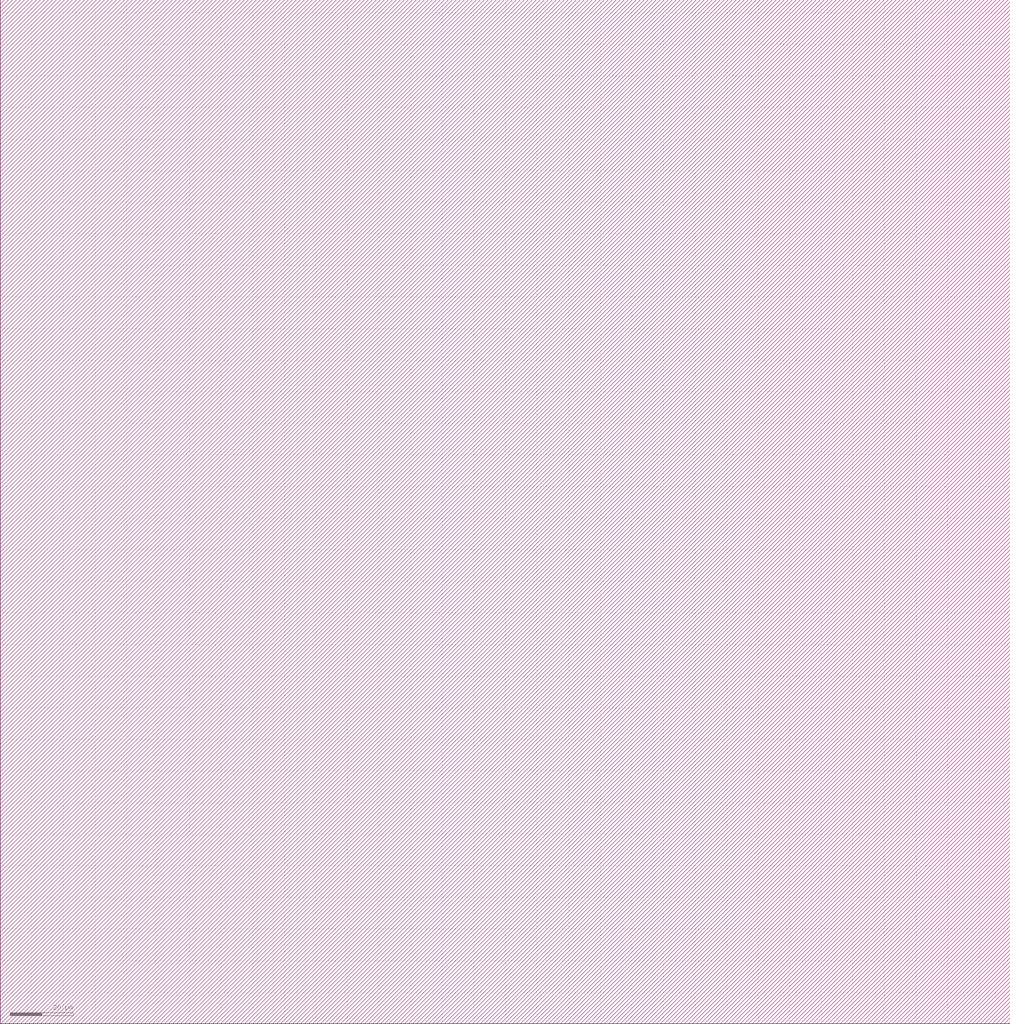
<source format=lef>
VERSION 5.6 ;

BUSBITCHARS "[]" ;

DIVIDERCHAR "/" ;

UNITS
    DATABASE MICRONS 1000 ;
END UNITS

MANUFACTURINGGRID 0.005000 ; 

CLEARANCEMEASURE EUCLIDEAN ; 

USEMINSPACING OBS ON ; 

SITE CoreSite
    CLASS CORE ;
    SIZE 0.600000 BY 0.300000 ;
END CoreSite

LAYER li1
   TYPE ROUTING ;
   DIRECTION VERTICAL ;
   MINWIDTH 0.300000 ;
   AREA 0.056250 ;
   WIDTH 0.300000 ;
   SPACINGTABLE
      PARALLELRUNLENGTH 0.0
      WIDTH 0.0 0.225000 ;
   PITCH 0.600000 0.600000 ;
END li1

LAYER mcon
    TYPE CUT ;
    SPACING 0.225000 ;
    WIDTH 0.300000 ;
    ENCLOSURE ABOVE 0.075000 0.075000 ;
    ENCLOSURE BELOW 0.000000 0.000000 ;
END mcon

LAYER met1
   TYPE ROUTING ;
   DIRECTION HORIZONTAL ;
   MINWIDTH 0.150000 ;
   AREA 0.084375 ;
   WIDTH 0.150000 ;
   SPACINGTABLE
      PARALLELRUNLENGTH 0.0
      WIDTH 0.0 0.150000 ;
   PITCH 0.300000 0.300000 ;
END met1

LAYER v1
    TYPE CUT ;
    SPACING 0.075000 ;
    WIDTH 0.300000 ;
    ENCLOSURE ABOVE 0.075000 0.075000 ;
    ENCLOSURE BELOW 0.075000 0.075000 ;
END v1

LAYER met2
   TYPE ROUTING ;
   DIRECTION VERTICAL ;
   MINWIDTH 0.150000 ;
   AREA 0.073125 ;
   WIDTH 0.150000 ;
   SPACINGTABLE
      PARALLELRUNLENGTH 0.0
      WIDTH 0.0 0.150000 ;
   PITCH 0.300000 0.300000 ;
END met2

LAYER v2
    TYPE CUT ;
    SPACING 0.150000 ;
    WIDTH 0.300000 ;
    ENCLOSURE ABOVE 0.075000 0.075000 ;
    ENCLOSURE BELOW 0.075000 0.000000 ;
END v2

LAYER met3
   TYPE ROUTING ;
   DIRECTION HORIZONTAL ;
   MINWIDTH 0.300000 ;
   AREA 0.241875 ;
   WIDTH 0.300000 ;
   SPACINGTABLE
      PARALLELRUNLENGTH 0.0
      WIDTH 0.0 0.300000 ;
   PITCH 0.600000 0.600000 ;
END met3

LAYER v3
    TYPE CUT ;
    SPACING 0.150000 ;
    WIDTH 0.450000 ;
    ENCLOSURE ABOVE 0.075000 0.075000 ;
    ENCLOSURE BELOW 0.075000 0.000000 ;
END v3

LAYER met4
   TYPE ROUTING ;
   DIRECTION VERTICAL ;
   MINWIDTH 0.300000 ;
   AREA 0.241875 ;
   WIDTH 0.300000 ;
   SPACINGTABLE
      PARALLELRUNLENGTH 0.0
      WIDTH 0.0 0.300000 ;
   PITCH 0.600000 0.600000 ;
END met4

LAYER v4
    TYPE CUT ;
    SPACING 0.450000 ;
    WIDTH 1.200000 ;
    ENCLOSURE ABOVE 0.150000 0.150000 ;
    ENCLOSURE BELOW 0.000000 0.000000 ;
END v4

LAYER met5
   TYPE ROUTING ;
   DIRECTION HORIZONTAL ;
   MINWIDTH 1.650000 ;
   AREA 4.005000 ;
   WIDTH 1.650000 ;
   SPACINGTABLE
      PARALLELRUNLENGTH 0.0
      WIDTH 0.0 1.650000 ;
   PITCH 3.300000 3.300000 ;
END met5

LAYER OVERLAP
   TYPE OVERLAP ;
END OVERLAP

VIA mcon_C DEFAULT
   LAYER li1 ;
     RECT -0.150000 -0.150000 0.150000 0.150000 ;
   LAYER mcon ;
     RECT -0.150000 -0.150000 0.150000 0.150000 ;
   LAYER met1 ;
     RECT -0.225000 -0.225000 0.225000 0.225000 ;
END mcon_C

VIA v1_C DEFAULT
   LAYER met1 ;
     RECT -0.225000 -0.225000 0.225000 0.225000 ;
   LAYER v1 ;
     RECT -0.150000 -0.150000 0.150000 0.150000 ;
   LAYER met2 ;
     RECT -0.225000 -0.225000 0.225000 0.225000 ;
END v1_C

VIA v2_C DEFAULT
   LAYER met2 ;
     RECT -0.150000 -0.225000 0.150000 0.225000 ;
   LAYER v2 ;
     RECT -0.150000 -0.150000 0.150000 0.150000 ;
   LAYER met3 ;
     RECT -0.225000 -0.225000 0.225000 0.225000 ;
END v2_C

VIA v2_Ch
   LAYER met2 ;
     RECT -0.225000 -0.150000 0.225000 0.150000 ;
   LAYER v2 ;
     RECT -0.150000 -0.150000 0.150000 0.150000 ;
   LAYER met3 ;
     RECT -0.225000 -0.225000 0.225000 0.225000 ;
END v2_Ch

VIA v2_Cv
   LAYER met2 ;
     RECT -0.150000 -0.225000 0.150000 0.225000 ;
   LAYER v2 ;
     RECT -0.150000 -0.150000 0.150000 0.150000 ;
   LAYER met3 ;
     RECT -0.225000 -0.225000 0.225000 0.225000 ;
END v2_Cv

VIA v3_C DEFAULT
   LAYER met3 ;
     RECT -0.300000 -0.225000 0.300000 0.225000 ;
   LAYER v3 ;
     RECT -0.225000 -0.225000 0.225000 0.225000 ;
   LAYER met4 ;
     RECT -0.300000 -0.300000 0.300000 0.300000 ;
END v3_C

VIA v3_Ch
   LAYER met3 ;
     RECT -0.300000 -0.225000 0.300000 0.225000 ;
   LAYER v3 ;
     RECT -0.225000 -0.225000 0.225000 0.225000 ;
   LAYER met4 ;
     RECT -0.300000 -0.300000 0.300000 0.300000 ;
END v3_Ch

VIA v3_Cv
   LAYER met3 ;
     RECT -0.300000 -0.225000 0.300000 0.225000 ;
   LAYER v3 ;
     RECT -0.225000 -0.225000 0.225000 0.225000 ;
   LAYER met4 ;
     RECT -0.300000 -0.300000 0.300000 0.300000 ;
END v3_Cv

VIA v4_C DEFAULT
   LAYER met4 ;
     RECT -0.600000 -0.600000 0.600000 0.600000 ;
   LAYER v4 ;
     RECT -0.600000 -0.600000 0.600000 0.600000 ;
   LAYER met5 ;
     RECT -0.750000 -0.750000 0.750000 0.750000 ;
END v4_C

MACRO _0_0std_0_0cells_0_0LATCH
    CLASS CORE ;
    FOREIGN _0_0std_0_0cells_0_0LATCH 0.000000 0.000000 ;
    ORIGIN 0.000000 0.000000 ;
    SIZE 7.200000 BY 5.400000 ;
    SYMMETRY X Y ;
    SITE CoreSite ;
    PIN CLK
        DIRECTION INPUT ;
        USE SIGNAL ;
        PORT
        LAYER li1 ;
        RECT 0.600000 4.425000 0.975000 5.100000 ;
        RECT 0.600000 4.350000 1.575000 4.425000 ;
        RECT 0.600000 4.275000 3.075000 4.350000 ;
        RECT 0.600000 4.200000 1.425000 4.275000 ;
        RECT 1.350000 4.050000 1.425000 4.200000 ;
        RECT 1.350000 3.975000 3.075000 4.050000 ;
        RECT 1.425000 4.050000 1.650000 4.275000 ;
        RECT 1.650000 4.050000 2.775000 4.275000 ;
        RECT 2.775000 4.050000 3.000000 4.275000 ;
        RECT 3.000000 4.050000 3.075000 4.275000 ;
        END
        ANTENNAGATEAREA 0.506250 ;
    END CLK
    PIN D
        DIRECTION INPUT ;
        USE SIGNAL ;
        PORT
        LAYER li1 ;
        RECT 5.400000 4.725000 5.775000 4.800000 ;
        RECT 5.400000 4.500000 5.475000 4.725000 ;
        RECT 5.400000 4.425000 5.775000 4.500000 ;
        RECT 5.475000 4.800000 5.850000 5.100000 ;
        RECT 5.475000 4.500000 5.700000 4.725000 ;
        RECT 5.700000 4.500000 5.775000 4.725000 ;
        END
        ANTENNAGATEAREA 0.337500 ;
    END D
    PIN Q
        DIRECTION OUTPUT ;
        USE SIGNAL ;
        PORT
        LAYER li1 ;
        RECT 0.450000 1.425000 0.900000 1.650000 ;
        RECT 0.450000 0.525000 0.675000 1.425000 ;
        RECT 0.450000 0.300000 5.175000 0.525000 ;
        RECT 0.600000 3.225000 0.900000 3.300000 ;
        RECT 0.600000 3.000000 0.675000 3.225000 ;
        RECT 0.600000 1.950000 0.900000 3.000000 ;
        RECT 0.600000 1.725000 0.675000 1.950000 ;
        RECT 0.600000 1.650000 0.900000 1.725000 ;
        RECT 0.675000 3.000000 0.900000 3.225000 ;
        RECT 0.675000 1.725000 0.900000 1.950000 ;
        RECT 0.675000 0.225000 0.975000 0.300000 ;
        RECT 4.800000 0.825000 5.175000 0.900000 ;
        RECT 4.800000 0.600000 4.875000 0.825000 ;
        RECT 4.800000 0.525000 5.175000 0.600000 ;
        RECT 4.875000 0.600000 5.100000 0.825000 ;
        RECT 5.100000 0.600000 5.175000 0.825000 ;
        END
        ANTENNAGATEAREA 0.225000 ;
        ANTENNADIFFAREA 0.703125 ;
    END Q
    PIN Vdd
        DIRECTION INPUT ;
        USE POWER ;
        PORT
        LAYER li1 ;
        RECT 1.125000 3.375000 1.200000 3.600000 ;
        RECT 1.200000 3.375000 1.425000 3.600000 ;
        RECT 1.425000 3.375000 4.500000 3.600000 ;
        RECT 4.200000 4.050000 4.500000 5.100000 ;
        RECT 4.200000 3.750000 5.625000 4.050000 ;
        RECT 4.200000 3.600000 4.500000 3.750000 ;
        RECT 5.250000 3.075000 5.625000 3.750000 ;
        RECT 5.250000 2.850000 5.325000 3.075000 ;
        RECT 5.250000 2.775000 5.625000 2.850000 ;
        RECT 5.325000 2.850000 5.550000 3.075000 ;
        RECT 5.550000 2.850000 5.625000 3.075000 ;
        END
        ANTENNADIFFAREA 1.040625 ;
    END Vdd
    PIN GND
        DIRECTION INPUT ;
        USE GROUND ;
        PORT
        LAYER li1 ;
        RECT 1.125000 1.950000 1.500000 2.025000 ;
        RECT 1.125000 1.725000 1.200000 1.950000 ;
        RECT 1.125000 1.650000 1.500000 1.725000 ;
        RECT 1.200000 1.725000 1.425000 1.950000 ;
        RECT 1.425000 1.725000 1.500000 1.950000 ;
        RECT 5.250000 1.875000 5.625000 1.950000 ;
        RECT 5.250000 1.650000 5.325000 1.875000 ;
        RECT 5.250000 1.575000 5.625000 1.650000 ;
        RECT 5.325000 1.650000 5.550000 1.875000 ;
        RECT 5.550000 1.650000 5.625000 1.875000 ;
        RECT 6.375000 4.725000 6.750000 4.800000 ;
        RECT 6.375000 4.500000 6.450000 4.725000 ;
        RECT 6.375000 4.425000 6.750000 4.500000 ;
        RECT 6.450000 4.800000 6.750000 5.100000 ;
        RECT 6.450000 4.500000 6.675000 4.725000 ;
        RECT 6.675000 4.500000 6.750000 4.725000 ;
        LAYER mcon ;
        RECT 1.200000 1.725000 1.425000 1.950000 ;
        RECT 5.325000 1.650000 5.550000 1.875000 ;
        RECT 6.450000 4.500000 6.675000 4.725000 ;
        LAYER met1 ;
        RECT 1.125000 1.950000 1.500000 2.025000 ;
        RECT 1.125000 1.725000 1.200000 1.950000 ;
        RECT 1.125000 0.900000 1.500000 1.725000 ;
        RECT 1.125000 0.675000 6.750000 0.900000 ;
        RECT 1.200000 1.725000 1.425000 1.950000 ;
        RECT 1.425000 1.725000 1.500000 1.950000 ;
        RECT 5.250000 1.875000 5.625000 1.950000 ;
        RECT 5.250000 1.650000 5.325000 1.875000 ;
        RECT 5.250000 0.900000 5.625000 1.650000 ;
        RECT 5.325000 1.650000 5.550000 1.875000 ;
        RECT 5.550000 1.650000 5.625000 1.875000 ;
        RECT 6.450000 0.900000 6.750000 4.425000 ;
        RECT 6.375000 4.725000 6.750000 4.800000 ;
        RECT 6.375000 4.500000 6.450000 4.725000 ;
        RECT 6.375000 4.425000 6.750000 4.500000 ;
        RECT 6.450000 4.800000 6.750000 5.100000 ;
        RECT 6.450000 4.500000 6.675000 4.725000 ;
        RECT 6.675000 4.500000 6.750000 4.725000 ;
        END
        ANTENNADIFFAREA 0.675000 ;
    END GND
    OBS
        LAYER li1 ;
        RECT 0.900000 1.125000 3.375000 1.200000 ;
        RECT 0.900000 0.900000 0.975000 1.125000 ;
        RECT 0.900000 0.825000 3.375000 0.900000 ;
        RECT 0.975000 0.900000 1.200000 1.125000 ;
        RECT 1.200000 0.900000 3.375000 1.125000 ;
        RECT 1.725000 2.925000 1.950000 3.000000 ;
        RECT 1.725000 2.700000 1.950000 2.925000 ;
        RECT 1.725000 2.475000 1.950000 2.700000 ;
        RECT 1.725000 2.250000 2.175000 2.475000 ;
        RECT 1.725000 2.025000 1.950000 2.250000 ;
        RECT 1.725000 1.800000 1.950000 2.025000 ;
        RECT 1.725000 1.725000 1.950000 1.800000 ;
        RECT 2.175000 2.250000 2.400000 2.475000 ;
        RECT 2.550000 1.800000 2.925000 1.875000 ;
        RECT 2.550000 1.575000 2.625000 1.800000 ;
        RECT 2.550000 1.500000 2.925000 1.575000 ;
        RECT 2.550000 3.075000 2.925000 3.150000 ;
        RECT 2.550000 2.850000 2.625000 3.075000 ;
        RECT 2.550000 2.775000 2.925000 2.850000 ;
        RECT 2.625000 1.575000 2.850000 1.800000 ;
        RECT 2.625000 2.850000 2.850000 3.075000 ;
        RECT 2.850000 1.575000 2.925000 1.800000 ;
        RECT 2.850000 2.850000 2.925000 3.075000 ;
        RECT 3.150000 1.200000 3.375000 1.650000 ;
        RECT 3.150000 2.700000 3.450000 3.000000 ;
        RECT 3.150000 2.025000 3.450000 2.700000 ;
        RECT 3.150000 1.725000 3.450000 2.025000 ;
        RECT 3.150000 1.650000 3.450000 1.725000 ;
        RECT 3.150000 3.000000 3.450000 3.075000 ;
        RECT 3.750000 1.650000 3.825000 1.875000 ;
        RECT 3.825000 3.000000 4.050000 3.075000 ;
        RECT 3.825000 2.775000 4.050000 3.000000 ;
        RECT 3.825000 2.475000 4.050000 2.775000 ;
        RECT 3.825000 2.250000 6.150000 2.475000 ;
        RECT 3.825000 1.650000 4.050000 1.875000 ;
        RECT 4.050000 1.650000 4.725000 1.875000 ;
        RECT 4.725000 1.650000 4.950000 1.875000 ;
        RECT 3.450000 4.650000 3.825000 4.725000 ;
        RECT 3.450000 4.425000 3.525000 4.650000 ;
        RECT 3.450000 4.350000 3.825000 4.425000 ;
        RECT 4.650000 3.075000 5.025000 3.150000 ;
        RECT 4.650000 2.850000 4.725000 3.075000 ;
        RECT 4.650000 2.775000 5.025000 2.850000 ;
        RECT 4.950000 1.650000 5.025000 1.875000 ;
        RECT 3.525000 4.425000 3.750000 4.650000 ;
        RECT 4.725000 2.850000 4.950000 3.075000 ;
        RECT 3.750000 4.425000 3.825000 4.650000 ;
        RECT 4.950000 2.850000 5.025000 3.075000 ;
        RECT 5.850000 1.950000 6.225000 2.025000 ;
        RECT 5.850000 1.725000 5.925000 1.950000 ;
        RECT 5.850000 1.650000 6.225000 1.725000 ;
        RECT 5.925000 1.725000 6.150000 1.950000 ;
        RECT 6.150000 1.725000 6.225000 1.950000 ;
        RECT 5.925000 3.000000 6.150000 3.075000 ;
        RECT 5.925000 2.775000 6.150000 3.000000 ;
        RECT 5.925000 2.475000 6.150000 2.775000 ;
        LAYER met1 ;
        RECT 2.100000 3.975000 3.825000 4.275000 ;
        RECT 2.100000 2.550000 2.400000 3.975000 ;
        RECT 2.100000 2.475000 2.475000 2.550000 ;
        RECT 2.100000 2.250000 2.175000 2.475000 ;
        RECT 2.100000 2.175000 2.475000 2.250000 ;
        RECT 2.175000 2.250000 2.400000 2.475000 ;
        RECT 2.550000 1.800000 2.925000 1.875000 ;
        RECT 2.550000 1.575000 2.625000 1.800000 ;
        RECT 2.550000 1.500000 2.925000 1.575000 ;
        RECT 2.400000 2.250000 2.475000 2.475000 ;
        RECT 2.625000 2.250000 6.150000 2.475000 ;
        RECT 2.625000 1.875000 2.850000 2.250000 ;
        RECT 2.625000 1.575000 2.850000 1.800000 ;
        RECT 2.850000 1.575000 2.925000 1.800000 ;
        RECT 2.550000 3.075000 2.925000 3.150000 ;
        RECT 2.550000 2.850000 2.625000 3.075000 ;
        RECT 2.550000 2.775000 2.925000 2.850000 ;
        RECT 2.625000 2.850000 2.850000 3.075000 ;
        RECT 2.850000 2.850000 4.725000 3.075000 ;
        RECT 4.725000 2.850000 4.950000 3.075000 ;
        RECT 3.450000 4.650000 3.825000 4.725000 ;
        RECT 3.450000 4.425000 3.525000 4.650000 ;
        RECT 3.450000 4.275000 3.825000 4.425000 ;
        RECT 4.950000 2.850000 5.025000 3.075000 ;
        RECT 4.650000 2.775000 5.025000 2.850000 ;
        RECT 3.525000 4.425000 3.750000 4.650000 ;
        RECT 4.650000 3.075000 5.025000 3.150000 ;
        RECT 3.750000 4.425000 3.825000 4.650000 ;
        RECT 5.850000 1.950000 6.225000 2.025000 ;
        RECT 5.850000 1.725000 5.925000 1.950000 ;
        RECT 5.850000 1.650000 6.225000 1.725000 ;
        RECT 5.925000 2.025000 6.150000 2.250000 ;
        RECT 5.925000 1.725000 6.150000 1.950000 ;
        RECT 6.150000 1.725000 6.225000 1.950000 ;
    END
END _0_0std_0_0cells_0_0LATCH

MACRO welltap_svt
    CLASS CORE WELLTAP ;
    FOREIGN welltap_svt 0.000000 0.000000 ;
    ORIGIN 0.000000 0.000000 ;
    SIZE 1.200000 BY 2.100000 ;
    SYMMETRY X Y ;
    SITE CoreSite ;
    PIN Vdd
        DIRECTION INPUT ;
        USE POWER ;
        PORT
        LAYER li1 ;
        RECT 0.600000 1.500000 0.900000 1.800000 ;
        END
    END Vdd
    PIN GND
        DIRECTION INPUT ;
        USE GROUND ;
        PORT
        LAYER li1 ;
        RECT 0.600000 0.300000 0.900000 0.600000 ;
        END
    END GND
END welltap_svt

MACRO circuitppnp
   CLASS CORE ;
   FOREIGN circuitppnp 0.000000 0.000000 ;
   ORIGIN 0.000000 0.000000 ; 
   SIZE 319.800000 BY 324.000000 ; 
   SYMMETRY X Y ;
   SITE CoreSite ;
END circuitppnp

MACRO circuitwell
   CLASS CORE ;
   FOREIGN circuitwell 0.000000 0.000000 ;
   ORIGIN 0.000000 0.000000 ; 
   SIZE 319.800000 BY 324.000000 ; 
   SYMMETRY X Y ;
   SITE CoreSite ;
END circuitwell


</source>
